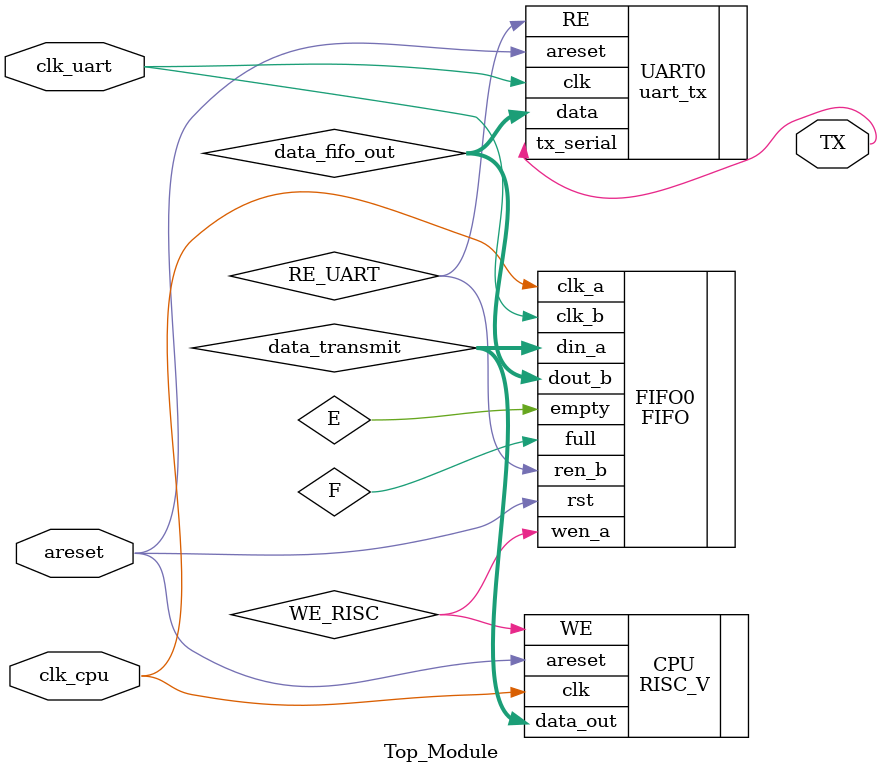
<source format=v>
module Top_Module(clk_cpu,clk_uart,areset,TX);

input clk_cpu,clk_uart,areset;
output TX;

wire WE_RISC,RE_UART,WE_FIFO,RE_FIFO,clk_cpu,clk_uart,E,F;
wire [7:0] data_transmit,data_fifo_out;


RISC_V CPU(.clk(clk_cpu),.areset(areset),.WE(WE_RISC),.data_out(data_transmit));

	FIFO #(.FIFO_WIDTH(8),.FIFO_DEPTH(1024),.FIFO_ADDRESS_WIDTH(11))FIFO0(
		.din_a(data_transmit), //input [7:0] Data
		.clk_a(clk_cpu), //input WrClk
		.clk_b(clk_uart), //input RdClk
		.wen_a(WE_RISC), //input WrEn
		.ren_b(RE_UART), //input RdEn
		.dout_b(data_fifo_out), //output [7:0] Q
		.empty(E), //output Empty
		.full(F) //output Full
		,.rst(areset)
	);

uart_tx UART0(.clk(clk_uart),.areset(areset),.data(data_fifo_out),.tx_serial(TX),.RE(RE_UART));

assign WE_FIFO=WE_RISC&(~F);
assign RE_FIFO=RE_UART&(~E);

endmodule
</source>
